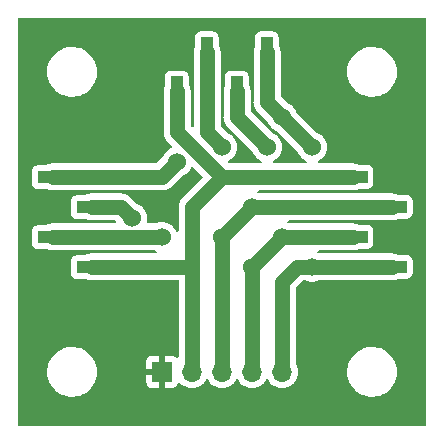
<source format=gbr>
%TF.GenerationSoftware,KiCad,Pcbnew,(5.99.0-3341-g150dc429c)*%
%TF.CreationDate,2020-09-14T09:08:56+02:00*%
%TF.ProjectId,loadCell,6c6f6164-4365-46c6-9c2e-6b696361645f,rev?*%
%TF.SameCoordinates,Original*%
%TF.FileFunction,Copper,L1,Top*%
%TF.FilePolarity,Positive*%
%FSLAX46Y46*%
G04 Gerber Fmt 4.6, Leading zero omitted, Abs format (unit mm)*
G04 Created by KiCad (PCBNEW (5.99.0-3341-g150dc429c)) date 2020-09-14 09:08:56*
%MOMM*%
%LPD*%
G01*
G04 APERTURE LIST*
%TA.AperFunction,ComponentPad*%
%ADD10O,1.700000X1.700000*%
%TD*%
%TA.AperFunction,ComponentPad*%
%ADD11R,1.700000X1.700000*%
%TD*%
%TA.AperFunction,SMDPad,CuDef*%
%ADD12R,2.510000X1.000000*%
%TD*%
%TA.AperFunction,SMDPad,CuDef*%
%ADD13R,1.000000X2.510000*%
%TD*%
%TA.AperFunction,ViaPad*%
%ADD14C,1.524000*%
%TD*%
%TA.AperFunction,Conductor*%
%ADD15C,1.270000*%
%TD*%
G04 APERTURE END LIST*
D10*
%TO.P,J4,5,Pin_5*%
%TO.N,Net-(J1-Pad4)*%
X132080000Y-63500000D03*
%TO.P,J4,4,Pin_4*%
%TO.N,Net-(J1-Pad3)*%
X129540000Y-63500000D03*
%TO.P,J4,3,Pin_3*%
%TO.N,Net-(J1-Pad2)*%
X127000000Y-63500000D03*
%TO.P,J4,2,Pin_2*%
%TO.N,Net-(J1-Pad1)*%
X124460000Y-63500000D03*
D11*
%TO.P,J4,1,Pin_1*%
%TO.N,GND*%
X121920000Y-63500000D03*
%TD*%
D12*
%TO.P,J3,4,Pin_4*%
%TO.N,Net-(J1-Pad4)*%
X141355000Y-54610000D03*
%TO.P,J3,2,Pin_2*%
%TO.N,Net-(J1-Pad2)*%
X141355000Y-49530000D03*
%TO.P,J3,3,Pin_3*%
%TO.N,Net-(J1-Pad3)*%
X138045000Y-52070000D03*
%TO.P,J3,1,Pin_1*%
%TO.N,Net-(J1-Pad1)*%
X138045000Y-46990000D03*
%TD*%
D13*
%TO.P,J2,4,Pin_4*%
%TO.N,Net-(J1-Pad4)*%
X130810000Y-36445000D03*
%TO.P,J2,2,Pin_2*%
%TO.N,Net-(J1-Pad2)*%
X125730000Y-36445000D03*
%TO.P,J2,3,Pin_3*%
%TO.N,Net-(J1-Pad3)*%
X128270000Y-39755000D03*
%TO.P,J2,1,Pin_1*%
%TO.N,Net-(J1-Pad1)*%
X123190000Y-39755000D03*
%TD*%
D12*
%TO.P,J1,4,Pin_4*%
%TO.N,Net-(J1-Pad4)*%
X112645000Y-46990000D03*
%TO.P,J1,2,Pin_2*%
%TO.N,Net-(J1-Pad2)*%
X112645000Y-52070000D03*
%TO.P,J1,3,Pin_3*%
%TO.N,Net-(J1-Pad3)*%
X115955000Y-49530000D03*
%TO.P,J1,1,Pin_1*%
%TO.N,Net-(J1-Pad1)*%
X115955000Y-54610000D03*
%TD*%
D14*
%TO.N,Net-(J1-Pad4)*%
X123190000Y-45720000D03*
X132080000Y-41910000D03*
%TO.N,Net-(J1-Pad3)*%
X119380000Y-50473000D03*
%TO.N,Net-(J1-Pad2)*%
X121920000Y-52070000D03*
%TO.N,Net-(J1-Pad4)*%
X134620000Y-44450000D03*
X134620000Y-54610000D03*
%TO.N,Net-(J1-Pad3)*%
X130810000Y-44450000D03*
X132080000Y-52070000D03*
%TO.N,Net-(J1-Pad2)*%
X127000000Y-44450000D03*
X129540000Y-49530000D03*
X127000000Y-52070000D03*
%TO.N,Net-(J1-Pad3)*%
X129540000Y-54610000D03*
%TD*%
D15*
%TO.N,Net-(J1-Pad4)*%
X130810000Y-40640000D02*
X132080000Y-41910000D01*
X121920000Y-46990000D02*
X123190000Y-45720000D01*
X112645000Y-46990000D02*
X121920000Y-46990000D01*
X132080000Y-41910000D02*
X134620000Y-44450000D01*
%TO.N,Net-(J1-Pad3)*%
X115955000Y-49530000D02*
X118437000Y-49530000D01*
X118437000Y-49530000D02*
X119380000Y-50473000D01*
%TO.N,Net-(J1-Pad2)*%
X112645000Y-52070000D02*
X121920000Y-52070000D01*
%TO.N,Net-(J1-Pad1)*%
X124460000Y-49530000D02*
X124460000Y-54610000D01*
X124460000Y-54610000D02*
X124460000Y-63500000D01*
X115955000Y-54610000D02*
X124460000Y-54610000D01*
%TO.N,Net-(J1-Pad4)*%
X134620000Y-54610000D02*
X133350000Y-54610000D01*
X141355000Y-54610000D02*
X134620000Y-54610000D01*
X130810000Y-36445000D02*
X130810000Y-40640000D01*
%TO.N,Net-(J1-Pad3)*%
X128270000Y-41910000D02*
X130810000Y-44450000D01*
X128270000Y-39755000D02*
X128270000Y-41910000D01*
%TO.N,Net-(J1-Pad2)*%
X125730000Y-43180000D02*
X127000000Y-44450000D01*
X125730000Y-36445000D02*
X125730000Y-43180000D01*
%TO.N,Net-(J1-Pad4)*%
X132080000Y-55880000D02*
X132080000Y-57150000D01*
X132080000Y-57150000D02*
X132080000Y-63500000D01*
X133350000Y-54610000D02*
X132080000Y-55880000D01*
%TO.N,Net-(J1-Pad3)*%
X138045000Y-52070000D02*
X132080000Y-52070000D01*
X132080000Y-52070000D02*
X129540000Y-54610000D01*
X129540000Y-54610000D02*
X129540000Y-63500000D01*
%TO.N,Net-(J1-Pad2)*%
X141355000Y-49530000D02*
X129540000Y-49530000D01*
X127000000Y-52070000D02*
X127000000Y-63500000D01*
X129540000Y-49530000D02*
X127000000Y-52070000D01*
%TO.N,Net-(J1-Pad1)*%
X127000000Y-46990000D02*
X124460000Y-49530000D01*
X138045000Y-46990000D02*
X127000000Y-46990000D01*
X127000000Y-46990000D02*
X123190000Y-43180000D01*
X123190000Y-43180000D02*
X123190000Y-39755000D01*
%TD*%
%TA.AperFunction,Conductor*%
%TO.N,GND*%
G36*
X144271501Y-68071500D02*
G01*
X109728500Y-68071500D01*
X109728500Y-63477876D01*
X112187116Y-63477876D01*
X112203661Y-63764827D01*
X112216555Y-63830546D01*
X112258999Y-64046885D01*
X112352103Y-64318820D01*
X112481252Y-64575605D01*
X112547490Y-64671981D01*
X112644056Y-64812485D01*
X112837499Y-65025077D01*
X113058014Y-65209457D01*
X113301495Y-65362192D01*
X113563471Y-65480479D01*
X113839062Y-65562112D01*
X114123191Y-65605590D01*
X114410586Y-65610104D01*
X114695937Y-65575573D01*
X114973961Y-65502635D01*
X115239514Y-65392639D01*
X115322237Y-65344300D01*
X115487686Y-65247619D01*
X115713872Y-65070267D01*
X115913900Y-64863853D01*
X115914917Y-64862469D01*
X116084065Y-64632202D01*
X116221216Y-64379601D01*
X116232400Y-64350002D01*
X120557000Y-64350002D01*
X120603358Y-64563105D01*
X120682301Y-64685945D01*
X120792651Y-64781563D01*
X120925474Y-64842220D01*
X121069997Y-64863000D01*
X121666000Y-64863000D01*
X121666001Y-63754000D01*
X120557000Y-63753999D01*
X120557000Y-64350002D01*
X116232400Y-64350002D01*
X116322816Y-64110724D01*
X116364432Y-63929018D01*
X116386986Y-63830544D01*
X116412537Y-63544251D01*
X116413000Y-63499998D01*
X116393450Y-63213234D01*
X116388914Y-63191327D01*
X116335163Y-62931772D01*
X116239216Y-62660827D01*
X116233627Y-62649997D01*
X120557000Y-62649997D01*
X120557000Y-63246000D01*
X121666000Y-63246001D01*
X121666001Y-62137000D01*
X121069998Y-62137000D01*
X120856895Y-62183358D01*
X120734055Y-62262301D01*
X120638437Y-62372651D01*
X120577780Y-62505474D01*
X120557000Y-62649997D01*
X116233627Y-62649997D01*
X116107385Y-62405409D01*
X115942109Y-62170246D01*
X115746448Y-61959689D01*
X115524021Y-61777635D01*
X115503256Y-61764910D01*
X115278950Y-61627454D01*
X115015748Y-61511917D01*
X114739320Y-61433174D01*
X114568578Y-61408875D01*
X114454752Y-61392675D01*
X114263133Y-61391672D01*
X114167325Y-61391170D01*
X114167324Y-61391170D01*
X114072333Y-61403676D01*
X113882348Y-61428687D01*
X113605109Y-61504531D01*
X113472911Y-61560918D01*
X113340718Y-61617303D01*
X113340714Y-61617305D01*
X113094084Y-61764910D01*
X112869761Y-61944627D01*
X112671903Y-62153126D01*
X112504177Y-62386541D01*
X112369679Y-62640561D01*
X112369678Y-62640565D01*
X112270899Y-62910492D01*
X112223019Y-63130095D01*
X112209668Y-63191326D01*
X112187116Y-63477876D01*
X109728500Y-63477876D01*
X109728500Y-46489997D01*
X110877000Y-46489997D01*
X110877000Y-47490002D01*
X110908440Y-47634529D01*
X110923359Y-47703108D01*
X111002300Y-47825944D01*
X111002301Y-47825945D01*
X111062029Y-47877699D01*
X111112651Y-47921563D01*
X111245471Y-47982220D01*
X111317735Y-47992610D01*
X111389997Y-48003000D01*
X112114111Y-48003000D01*
X112205488Y-48051076D01*
X112406213Y-48113403D01*
X112576019Y-48133500D01*
X118432891Y-48133500D01*
X118483226Y-48148279D01*
X118522923Y-48133500D01*
X121879803Y-48133500D01*
X121919952Y-48136131D01*
X121950061Y-48138105D01*
X121950064Y-48138105D01*
X122039521Y-48127517D01*
X122129298Y-48119268D01*
X122129301Y-48119267D01*
X122129303Y-48119267D01*
X122143814Y-48115175D01*
X122158782Y-48113403D01*
X122158785Y-48113402D01*
X122158786Y-48113402D01*
X122244830Y-48086685D01*
X122331579Y-48062219D01*
X122331583Y-48062218D01*
X122331584Y-48062218D01*
X122331586Y-48062217D01*
X122345114Y-48055546D01*
X122359512Y-48051075D01*
X122439216Y-48009141D01*
X122520088Y-47969258D01*
X122520090Y-47969257D01*
X122532175Y-47960233D01*
X122545521Y-47953211D01*
X122597263Y-47912420D01*
X122616252Y-47897450D01*
X122645150Y-47875871D01*
X122688494Y-47843505D01*
X122747757Y-47779395D01*
X123606354Y-46920798D01*
X123745134Y-46868358D01*
X123745133Y-46868358D01*
X123745137Y-46868357D01*
X123939720Y-46751901D01*
X124110605Y-46602829D01*
X124252391Y-46425851D01*
X124309162Y-46321292D01*
X124360599Y-46226558D01*
X124424923Y-46032076D01*
X125382847Y-46990000D01*
X123679862Y-48692985D01*
X123678642Y-48694055D01*
X123626908Y-48739425D01*
X123611606Y-48758836D01*
X123571145Y-48810161D01*
X123513491Y-48879483D01*
X123506122Y-48892642D01*
X123496787Y-48904483D01*
X123454827Y-48984235D01*
X123410792Y-49062866D01*
X123405946Y-49077143D01*
X123398923Y-49090491D01*
X123372181Y-49176613D01*
X123343234Y-49261889D01*
X123341071Y-49276804D01*
X123336597Y-49291214D01*
X123329287Y-49352980D01*
X123326001Y-49380738D01*
X123313074Y-49469892D01*
X123316500Y-49557090D01*
X123316500Y-51489956D01*
X123296498Y-51558077D01*
X123242842Y-51604570D01*
X123172568Y-51614674D01*
X123107988Y-51585180D01*
X123076774Y-51544200D01*
X123017877Y-51420719D01*
X122885546Y-51236561D01*
X122722698Y-51078749D01*
X122534477Y-50952271D01*
X122326836Y-50861122D01*
X122326834Y-50861122D01*
X122326833Y-50861121D01*
X122106329Y-50808183D01*
X121879936Y-50795129D01*
X121879934Y-50795129D01*
X121772066Y-50808183D01*
X121654809Y-50822373D01*
X121438064Y-50889052D01*
X121365510Y-50926500D01*
X120568148Y-50926500D01*
X120621800Y-50764264D01*
X120653752Y-50539757D01*
X120655500Y-50472998D01*
X120635342Y-50247128D01*
X120575504Y-50028400D01*
X120575503Y-50028396D01*
X120477876Y-49823718D01*
X120477876Y-49823717D01*
X120345546Y-49639561D01*
X120182698Y-49481749D01*
X119994477Y-49355271D01*
X119789402Y-49265249D01*
X119274011Y-48749858D01*
X119264862Y-48739425D01*
X119227576Y-48696909D01*
X119156794Y-48641108D01*
X119087518Y-48583491D01*
X119080150Y-48579365D01*
X119074361Y-48576123D01*
X119062518Y-48566787D01*
X119062519Y-48566787D01*
X119062517Y-48566786D01*
X119007385Y-48537780D01*
X118982749Y-48524818D01*
X118904136Y-48480793D01*
X118889861Y-48475947D01*
X118876512Y-48468924D01*
X118790403Y-48442186D01*
X118705109Y-48413233D01*
X118690194Y-48411070D01*
X118675789Y-48406597D01*
X118645948Y-48403066D01*
X118586271Y-48396003D01*
X118504841Y-48384195D01*
X118471822Y-48369068D01*
X118437837Y-48385403D01*
X118425310Y-48385895D01*
X118409911Y-48386500D01*
X115900581Y-48386500D01*
X115745702Y-48400732D01*
X115543418Y-48457781D01*
X115423334Y-48517000D01*
X114699998Y-48517000D01*
X114486895Y-48563358D01*
X114486894Y-48563359D01*
X114486892Y-48563359D01*
X114364056Y-48642300D01*
X114268437Y-48752651D01*
X114207780Y-48885471D01*
X114207780Y-48885474D01*
X114187000Y-49029997D01*
X114187000Y-50030002D01*
X114218440Y-50174529D01*
X114233359Y-50243108D01*
X114312300Y-50365944D01*
X114422651Y-50461563D01*
X114555471Y-50522220D01*
X114627735Y-50532610D01*
X114699997Y-50543000D01*
X115424111Y-50543000D01*
X115515488Y-50591076D01*
X115716213Y-50653403D01*
X115886019Y-50673500D01*
X117963348Y-50673500D01*
X118001253Y-50711405D01*
X118035279Y-50773717D01*
X118030214Y-50844532D01*
X117987667Y-50901368D01*
X117912158Y-50926500D01*
X112590581Y-50926500D01*
X112435702Y-50940732D01*
X112233418Y-50997781D01*
X112113334Y-51057000D01*
X111389998Y-51057000D01*
X111176895Y-51103358D01*
X111176894Y-51103359D01*
X111176892Y-51103359D01*
X111054056Y-51182300D01*
X110958437Y-51292651D01*
X110897780Y-51425471D01*
X110897780Y-51425474D01*
X110877000Y-51569997D01*
X110877000Y-52570002D01*
X110923358Y-52783105D01*
X110923359Y-52783108D01*
X110964644Y-52847349D01*
X111002301Y-52905945D01*
X111062029Y-52957699D01*
X111112651Y-53001563D01*
X111245471Y-53062220D01*
X111317736Y-53072610D01*
X111389997Y-53083000D01*
X112114111Y-53083000D01*
X112205488Y-53131076D01*
X112406213Y-53193403D01*
X112576019Y-53213500D01*
X121347930Y-53213500D01*
X121371631Y-53222172D01*
X121428731Y-53264364D01*
X121453956Y-53330728D01*
X121439297Y-53400195D01*
X121389408Y-53450709D01*
X121328335Y-53466500D01*
X115900581Y-53466500D01*
X115745702Y-53480732D01*
X115543418Y-53537781D01*
X115423334Y-53597000D01*
X114699998Y-53597000D01*
X114486895Y-53643358D01*
X114486894Y-53643359D01*
X114486892Y-53643359D01*
X114364056Y-53722300D01*
X114268437Y-53832651D01*
X114207780Y-53965471D01*
X114207780Y-53965474D01*
X114187000Y-54109997D01*
X114187000Y-55110002D01*
X114218440Y-55254529D01*
X114233359Y-55323108D01*
X114312300Y-55445944D01*
X114422651Y-55541563D01*
X114555471Y-55602220D01*
X114622714Y-55611888D01*
X114699997Y-55623000D01*
X115424111Y-55623000D01*
X115515488Y-55671076D01*
X115716213Y-55733403D01*
X115886019Y-55753500D01*
X123316500Y-55753500D01*
X123316501Y-62175756D01*
X123296499Y-62243877D01*
X123242843Y-62290370D01*
X123172569Y-62300474D01*
X123107989Y-62270981D01*
X123047350Y-62218438D01*
X122914526Y-62157780D01*
X122770003Y-62137000D01*
X122174000Y-62137000D01*
X122173999Y-63246001D01*
X122174000Y-63246001D01*
X122173999Y-64863000D01*
X122770002Y-64863000D01*
X122983105Y-64816642D01*
X123105945Y-64737699D01*
X123201563Y-64627349D01*
X123269745Y-64478050D01*
X123273941Y-64479966D01*
X123289403Y-64446129D01*
X123349138Y-64407759D01*
X123420134Y-64407775D01*
X123468999Y-64435100D01*
X123635931Y-64585670D01*
X123772195Y-64671979D01*
X123830638Y-64708997D01*
X124043336Y-64797752D01*
X124212183Y-64836578D01*
X124267952Y-64849402D01*
X124498057Y-64862469D01*
X124498058Y-64862469D01*
X124727071Y-64836579D01*
X124727074Y-64836578D01*
X124727075Y-64836578D01*
X124917056Y-64781563D01*
X124948460Y-64772469D01*
X125155868Y-64671981D01*
X125343386Y-64537978D01*
X125449135Y-64431302D01*
X125505646Y-64374296D01*
X125638007Y-64185616D01*
X125638009Y-64185612D01*
X125744393Y-64033962D01*
X125751952Y-64047855D01*
X125862102Y-64250305D01*
X126004789Y-64431302D01*
X126175931Y-64585670D01*
X126312195Y-64671979D01*
X126370638Y-64708997D01*
X126583336Y-64797752D01*
X126752183Y-64836578D01*
X126807952Y-64849402D01*
X127038057Y-64862469D01*
X127038058Y-64862469D01*
X127267071Y-64836579D01*
X127267074Y-64836578D01*
X127267075Y-64836578D01*
X127457056Y-64781563D01*
X127488460Y-64772469D01*
X127695868Y-64671981D01*
X127883386Y-64537978D01*
X127989135Y-64431302D01*
X128045646Y-64374296D01*
X128178007Y-64185616D01*
X128178009Y-64185612D01*
X128284393Y-64033962D01*
X128291952Y-64047855D01*
X128402102Y-64250305D01*
X128544789Y-64431302D01*
X128715931Y-64585670D01*
X128852195Y-64671979D01*
X128910638Y-64708997D01*
X129123336Y-64797752D01*
X129292183Y-64836578D01*
X129347952Y-64849402D01*
X129578057Y-64862469D01*
X129578058Y-64862469D01*
X129807071Y-64836579D01*
X129807074Y-64836578D01*
X129807075Y-64836578D01*
X129997056Y-64781563D01*
X130028460Y-64772469D01*
X130235868Y-64671981D01*
X130423386Y-64537978D01*
X130529135Y-64431302D01*
X130585646Y-64374296D01*
X130718007Y-64185616D01*
X130718009Y-64185612D01*
X130824393Y-64033962D01*
X130831952Y-64047855D01*
X130942102Y-64250305D01*
X131084789Y-64431302D01*
X131255931Y-64585670D01*
X131392195Y-64671979D01*
X131450638Y-64708997D01*
X131663336Y-64797752D01*
X131832183Y-64836578D01*
X131887952Y-64849402D01*
X132118057Y-64862469D01*
X132118058Y-64862469D01*
X132347071Y-64836579D01*
X132347074Y-64836578D01*
X132347075Y-64836578D01*
X132537056Y-64781563D01*
X132568460Y-64772469D01*
X132775868Y-64671981D01*
X132963386Y-64537978D01*
X133069135Y-64431302D01*
X133125646Y-64374296D01*
X133258007Y-64185616D01*
X133258009Y-64185612D01*
X133356683Y-63977337D01*
X133418859Y-63755399D01*
X133442749Y-63526167D01*
X133443000Y-63500003D01*
X133441124Y-63477876D01*
X137587116Y-63477876D01*
X137603661Y-63764827D01*
X137616555Y-63830546D01*
X137658999Y-64046885D01*
X137752103Y-64318820D01*
X137881252Y-64575605D01*
X137947490Y-64671981D01*
X138044056Y-64812485D01*
X138237499Y-65025077D01*
X138458014Y-65209457D01*
X138701495Y-65362192D01*
X138963471Y-65480479D01*
X139239062Y-65562112D01*
X139523191Y-65605590D01*
X139810586Y-65610104D01*
X140095937Y-65575573D01*
X140373961Y-65502635D01*
X140639514Y-65392639D01*
X140722237Y-65344300D01*
X140887686Y-65247619D01*
X141113872Y-65070267D01*
X141313900Y-64863853D01*
X141314917Y-64862469D01*
X141484065Y-64632202D01*
X141621216Y-64379601D01*
X141722816Y-64110724D01*
X141764432Y-63929018D01*
X141786986Y-63830544D01*
X141812537Y-63544251D01*
X141813000Y-63499998D01*
X141793450Y-63213234D01*
X141788914Y-63191327D01*
X141735163Y-62931772D01*
X141639216Y-62660827D01*
X141507385Y-62405409D01*
X141342109Y-62170246D01*
X141146448Y-61959689D01*
X140924021Y-61777635D01*
X140903256Y-61764910D01*
X140678950Y-61627454D01*
X140415748Y-61511917D01*
X140139320Y-61433174D01*
X139968578Y-61408875D01*
X139854752Y-61392675D01*
X139663133Y-61391672D01*
X139567325Y-61391170D01*
X139567324Y-61391170D01*
X139472333Y-61403676D01*
X139282348Y-61428687D01*
X139005109Y-61504531D01*
X138872912Y-61560918D01*
X138740718Y-61617303D01*
X138740714Y-61617305D01*
X138494084Y-61764910D01*
X138269761Y-61944627D01*
X138071903Y-62153126D01*
X137904177Y-62386541D01*
X137769679Y-62640561D01*
X137769678Y-62640565D01*
X137670899Y-62910492D01*
X137623019Y-63130095D01*
X137609668Y-63191326D01*
X137587116Y-63477876D01*
X133441124Y-63477876D01*
X133441123Y-63477873D01*
X133423514Y-63270349D01*
X133365612Y-63047264D01*
X133313589Y-62931775D01*
X133270952Y-62837125D01*
X133223500Y-62766642D01*
X133223500Y-56353652D01*
X133823653Y-55753500D01*
X134047932Y-55753500D01*
X134158816Y-55794077D01*
X134289876Y-55842038D01*
X134513269Y-55881027D01*
X134513272Y-55881027D01*
X134740035Y-55879839D01*
X134963005Y-55838515D01*
X135187991Y-55753500D01*
X141409419Y-55753500D01*
X141564298Y-55739268D01*
X141766582Y-55682219D01*
X141886666Y-55623000D01*
X142610002Y-55623000D01*
X142823105Y-55576642D01*
X142823106Y-55576641D01*
X142823108Y-55576641D01*
X142945944Y-55497700D01*
X143041563Y-55387349D01*
X143102220Y-55254529D01*
X143114685Y-55167833D01*
X143123000Y-55110003D01*
X143123000Y-54109998D01*
X143076642Y-53896895D01*
X143076641Y-53896894D01*
X143076641Y-53896892D01*
X142997700Y-53774056D01*
X142977434Y-53756495D01*
X142887349Y-53678437D01*
X142754529Y-53617780D01*
X142682264Y-53607390D01*
X142610003Y-53597000D01*
X141885889Y-53597000D01*
X141794512Y-53548924D01*
X141593787Y-53486597D01*
X141423981Y-53466500D01*
X135175769Y-53466500D01*
X135149280Y-53454872D01*
X135094946Y-53409176D01*
X135073942Y-53341358D01*
X135092937Y-53272950D01*
X135145901Y-53225671D01*
X135199928Y-53213500D01*
X138099419Y-53213500D01*
X138254298Y-53199268D01*
X138456582Y-53142219D01*
X138576666Y-53083000D01*
X139300002Y-53083000D01*
X139513105Y-53036642D01*
X139513106Y-53036641D01*
X139513108Y-53036641D01*
X139635944Y-52957700D01*
X139731563Y-52847349D01*
X139792220Y-52714529D01*
X139804685Y-52627833D01*
X139813000Y-52570003D01*
X139813000Y-51569998D01*
X139766642Y-51356895D01*
X139766641Y-51356894D01*
X139766641Y-51356892D01*
X139687700Y-51234056D01*
X139577349Y-51138437D01*
X139444529Y-51077780D01*
X139372264Y-51067390D01*
X139300003Y-51057000D01*
X138575889Y-51057000D01*
X138484512Y-51008924D01*
X138283787Y-50946597D01*
X138113981Y-50926500D01*
X132635769Y-50926500D01*
X132609280Y-50914872D01*
X132554946Y-50869176D01*
X132533942Y-50801358D01*
X132552937Y-50732950D01*
X132605901Y-50685671D01*
X132659928Y-50673500D01*
X141409419Y-50673500D01*
X141564298Y-50659268D01*
X141766582Y-50602219D01*
X141886666Y-50543000D01*
X142610002Y-50543000D01*
X142823105Y-50496642D01*
X142823106Y-50496641D01*
X142823108Y-50496641D01*
X142945944Y-50417700D01*
X143041563Y-50307349D01*
X143102220Y-50174529D01*
X143123000Y-50030000D01*
X143123000Y-49029997D01*
X143076642Y-48816895D01*
X143076641Y-48816894D01*
X143076641Y-48816892D01*
X142997700Y-48694056D01*
X142887349Y-48598437D01*
X142754529Y-48537780D01*
X142682264Y-48527390D01*
X142610003Y-48517000D01*
X141885889Y-48517000D01*
X141794512Y-48468924D01*
X141593787Y-48406597D01*
X141423981Y-48386500D01*
X130095769Y-48386500D01*
X130069280Y-48374872D01*
X130014946Y-48329176D01*
X129993942Y-48261358D01*
X130012937Y-48192950D01*
X130065901Y-48145671D01*
X130119928Y-48133500D01*
X138099419Y-48133500D01*
X138254298Y-48119268D01*
X138456582Y-48062219D01*
X138576666Y-48003000D01*
X139300002Y-48003000D01*
X139513105Y-47956642D01*
X139513106Y-47956641D01*
X139513108Y-47956641D01*
X139635944Y-47877700D01*
X139731563Y-47767349D01*
X139792220Y-47634529D01*
X139813000Y-47490000D01*
X139813000Y-46489997D01*
X139766642Y-46276895D01*
X139766641Y-46276894D01*
X139766641Y-46276892D01*
X139687700Y-46154056D01*
X139577349Y-46058437D01*
X139444529Y-45997780D01*
X139372265Y-45987390D01*
X139300003Y-45977000D01*
X138575889Y-45977000D01*
X138484512Y-45928924D01*
X138283787Y-45866597D01*
X138113981Y-45846500D01*
X135208356Y-45846500D01*
X135140235Y-45826498D01*
X135093742Y-45772842D01*
X135083638Y-45702568D01*
X135113132Y-45637988D01*
X135163818Y-45602634D01*
X135175137Y-45598357D01*
X135369720Y-45481901D01*
X135540605Y-45332829D01*
X135682391Y-45155851D01*
X135731844Y-45064769D01*
X135790596Y-44956564D01*
X135861801Y-44741260D01*
X135893752Y-44516757D01*
X135895500Y-44449998D01*
X135875342Y-44224128D01*
X135815504Y-44005400D01*
X135815503Y-44005396D01*
X135717876Y-43800718D01*
X135717876Y-43800717D01*
X135585546Y-43616561D01*
X135422698Y-43458749D01*
X135234477Y-43332271D01*
X135159941Y-43299552D01*
X135029402Y-43242249D01*
X133284147Y-41496994D01*
X133275503Y-41465396D01*
X133261647Y-41436347D01*
X133177877Y-41260719D01*
X133045546Y-41076561D01*
X132882698Y-40918749D01*
X132694477Y-40792271D01*
X132489402Y-40702249D01*
X131953500Y-40166347D01*
X131953500Y-38077876D01*
X137587116Y-38077876D01*
X137603661Y-38364827D01*
X137616555Y-38430546D01*
X137658999Y-38646885D01*
X137752103Y-38918820D01*
X137881252Y-39175605D01*
X137977392Y-39315489D01*
X138044056Y-39412485D01*
X138237499Y-39625077D01*
X138458014Y-39809457D01*
X138701495Y-39962192D01*
X138963471Y-40080479D01*
X139239062Y-40162112D01*
X139523191Y-40205590D01*
X139810586Y-40210104D01*
X140095937Y-40175573D01*
X140373961Y-40102635D01*
X140639514Y-39992639D01*
X140722237Y-39944300D01*
X140887686Y-39847619D01*
X141113872Y-39670267D01*
X141313900Y-39463853D01*
X141313901Y-39463852D01*
X141484065Y-39232202D01*
X141621216Y-38979601D01*
X141722816Y-38710724D01*
X141771078Y-38500000D01*
X141786986Y-38430544D01*
X141812537Y-38144251D01*
X141813000Y-38099998D01*
X141793450Y-37813234D01*
X141788914Y-37791327D01*
X141735163Y-37531772D01*
X141639216Y-37260827D01*
X141507385Y-37005409D01*
X141342109Y-36770246D01*
X141146448Y-36559689D01*
X140924021Y-36377635D01*
X140924018Y-36377633D01*
X140678950Y-36227454D01*
X140415748Y-36111917D01*
X140139320Y-36033174D01*
X139944789Y-36005489D01*
X139854752Y-35992675D01*
X139663133Y-35991672D01*
X139567325Y-35991170D01*
X139567324Y-35991170D01*
X139472333Y-36003676D01*
X139282348Y-36028687D01*
X139005109Y-36104531D01*
X138872911Y-36160918D01*
X138740718Y-36217303D01*
X138740714Y-36217305D01*
X138494084Y-36364910D01*
X138269761Y-36544627D01*
X138071903Y-36753126D01*
X137904177Y-36986541D01*
X137769679Y-37240561D01*
X137769678Y-37240565D01*
X137670899Y-37510492D01*
X137609668Y-37791327D01*
X137590620Y-38033359D01*
X137587116Y-38077876D01*
X131953500Y-38077876D01*
X131953500Y-36390586D01*
X131939268Y-36235702D01*
X131904358Y-36111919D01*
X131882219Y-36033418D01*
X131823000Y-35913334D01*
X131823000Y-35189998D01*
X131776642Y-34976895D01*
X131776641Y-34976894D01*
X131776641Y-34976892D01*
X131697700Y-34854056D01*
X131587349Y-34758437D01*
X131454529Y-34697780D01*
X131382264Y-34687390D01*
X131310003Y-34677000D01*
X130309998Y-34677000D01*
X130096895Y-34723358D01*
X130096894Y-34723359D01*
X130096892Y-34723359D01*
X129974056Y-34802300D01*
X129878437Y-34912651D01*
X129817780Y-35045471D01*
X129797000Y-35190000D01*
X129797000Y-35914112D01*
X129748924Y-36005489D01*
X129686597Y-36206214D01*
X129667815Y-36364910D01*
X129666500Y-36376023D01*
X129666501Y-40599792D01*
X129665230Y-40619180D01*
X129648966Y-40663592D01*
X129664627Y-40693144D01*
X129672487Y-40759559D01*
X129675493Y-40792271D01*
X129680733Y-40849299D01*
X129684825Y-40863812D01*
X129686598Y-40878786D01*
X129713326Y-40964865D01*
X129737784Y-41051585D01*
X129744453Y-41065109D01*
X129748926Y-41079514D01*
X129790891Y-41159276D01*
X129830742Y-41240088D01*
X129839764Y-41252169D01*
X129846786Y-41265516D01*
X129902571Y-41336279D01*
X129956496Y-41408494D01*
X130020593Y-41467745D01*
X130879959Y-42327113D01*
X130900962Y-42388454D01*
X130914773Y-42428793D01*
X131013561Y-42606279D01*
X131025061Y-42626940D01*
X131168686Y-42802418D01*
X131168690Y-42802421D01*
X131341127Y-42949696D01*
X131536919Y-43064107D01*
X131663148Y-43110300D01*
X133419959Y-44867112D01*
X133447939Y-44948834D01*
X133454773Y-44968793D01*
X133550587Y-45140935D01*
X133565061Y-45166940D01*
X133708686Y-45342418D01*
X133708690Y-45342421D01*
X133881127Y-45489696D01*
X134076919Y-45604107D01*
X134076921Y-45604108D01*
X134086628Y-45609780D01*
X134085212Y-45612204D01*
X134128738Y-45644371D01*
X134153958Y-45710737D01*
X134139294Y-45780203D01*
X134089403Y-45830713D01*
X134028337Y-45846500D01*
X131398356Y-45846500D01*
X131330235Y-45826498D01*
X131283742Y-45772842D01*
X131273638Y-45702568D01*
X131303132Y-45637988D01*
X131353818Y-45602634D01*
X131365137Y-45598357D01*
X131559720Y-45481901D01*
X131730605Y-45332829D01*
X131872391Y-45155851D01*
X131921844Y-45064769D01*
X131980596Y-44956564D01*
X132051801Y-44741260D01*
X132083752Y-44516757D01*
X132085500Y-44449998D01*
X132065342Y-44224128D01*
X132005504Y-44005400D01*
X132005503Y-44005396D01*
X131907876Y-43800718D01*
X131907876Y-43800717D01*
X131775546Y-43616561D01*
X131612698Y-43458749D01*
X131424477Y-43332271D01*
X131349941Y-43299552D01*
X131219402Y-43242249D01*
X129413500Y-41436347D01*
X129413500Y-40707953D01*
X129430227Y-40650985D01*
X129413500Y-40610940D01*
X129413500Y-39700581D01*
X129399268Y-39545702D01*
X129342219Y-39343418D01*
X129283000Y-39223334D01*
X129283000Y-38499998D01*
X129236642Y-38286895D01*
X129236641Y-38286894D01*
X129236641Y-38286892D01*
X129157700Y-38164056D01*
X129047349Y-38068437D01*
X128914529Y-38007780D01*
X128842264Y-37997390D01*
X128770003Y-37987000D01*
X127769998Y-37987000D01*
X127556895Y-38033358D01*
X127556894Y-38033359D01*
X127556892Y-38033359D01*
X127434056Y-38112300D01*
X127338437Y-38222651D01*
X127277780Y-38355471D01*
X127257000Y-38500000D01*
X127257000Y-39224112D01*
X127208924Y-39315489D01*
X127146597Y-39516214D01*
X127126500Y-39686019D01*
X127126500Y-39686023D01*
X127126501Y-41869793D01*
X127125230Y-41889181D01*
X127108966Y-41933592D01*
X127124627Y-41963144D01*
X127132487Y-42029559D01*
X127139493Y-42105805D01*
X127140733Y-42119299D01*
X127144825Y-42133812D01*
X127146598Y-42148786D01*
X127173326Y-42234865D01*
X127197784Y-42321585D01*
X127204453Y-42335109D01*
X127208926Y-42349514D01*
X127250891Y-42429276D01*
X127290742Y-42510088D01*
X127299764Y-42522169D01*
X127306786Y-42535516D01*
X127362571Y-42606279D01*
X127416496Y-42678494D01*
X127416499Y-42678497D01*
X127480588Y-42737740D01*
X129609959Y-44867112D01*
X129637939Y-44948834D01*
X129644773Y-44968793D01*
X129740587Y-45140935D01*
X129755061Y-45166940D01*
X129898686Y-45342418D01*
X129898690Y-45342421D01*
X130071127Y-45489696D01*
X130266919Y-45604107D01*
X130266921Y-45604108D01*
X130276628Y-45609780D01*
X130275212Y-45612204D01*
X130318738Y-45644371D01*
X130343958Y-45710737D01*
X130329294Y-45780203D01*
X130279403Y-45830713D01*
X130218337Y-45846500D01*
X127588356Y-45846500D01*
X127520235Y-45826498D01*
X127473742Y-45772842D01*
X127463638Y-45702568D01*
X127493132Y-45637988D01*
X127543818Y-45602634D01*
X127555137Y-45598357D01*
X127749720Y-45481901D01*
X127920605Y-45332829D01*
X128062391Y-45155851D01*
X128111844Y-45064769D01*
X128170596Y-44956564D01*
X128241801Y-44741260D01*
X128273752Y-44516757D01*
X128275500Y-44449998D01*
X128255342Y-44224128D01*
X128195504Y-44005400D01*
X128195503Y-44005396D01*
X128097876Y-43800718D01*
X128097876Y-43800717D01*
X127965546Y-43616561D01*
X127802698Y-43458749D01*
X127614477Y-43332271D01*
X127539941Y-43299552D01*
X127409402Y-43242249D01*
X126873500Y-42706347D01*
X126873500Y-41977953D01*
X126890227Y-41920985D01*
X126873500Y-41880941D01*
X126873500Y-36390581D01*
X126859268Y-36235702D01*
X126802219Y-36033418D01*
X126743000Y-35913334D01*
X126743000Y-35189998D01*
X126696642Y-34976895D01*
X126696641Y-34976894D01*
X126696641Y-34976892D01*
X126617700Y-34854056D01*
X126507349Y-34758437D01*
X126374529Y-34697780D01*
X126302264Y-34687390D01*
X126230003Y-34677000D01*
X125229998Y-34677000D01*
X125016895Y-34723358D01*
X125016894Y-34723359D01*
X125016892Y-34723359D01*
X124894056Y-34802300D01*
X124798437Y-34912651D01*
X124737780Y-35045471D01*
X124717000Y-35190000D01*
X124717000Y-35914112D01*
X124668924Y-36005489D01*
X124606597Y-36206214D01*
X124586500Y-36376020D01*
X124586501Y-39625079D01*
X124586501Y-42655158D01*
X124566499Y-42723279D01*
X124512843Y-42769772D01*
X124442569Y-42779876D01*
X124371406Y-42744253D01*
X124333500Y-42706347D01*
X124333500Y-39700586D01*
X124332162Y-39686019D01*
X124319268Y-39545702D01*
X124262219Y-39343418D01*
X124203000Y-39223334D01*
X124203000Y-38499998D01*
X124156642Y-38286895D01*
X124156641Y-38286894D01*
X124156641Y-38286892D01*
X124077700Y-38164056D01*
X123967349Y-38068437D01*
X123834529Y-38007780D01*
X123762264Y-37997390D01*
X123690003Y-37987000D01*
X122689998Y-37987000D01*
X122476895Y-38033358D01*
X122476894Y-38033359D01*
X122476892Y-38033359D01*
X122354056Y-38112300D01*
X122258437Y-38222651D01*
X122197780Y-38355471D01*
X122177000Y-38500000D01*
X122177000Y-39224113D01*
X122128925Y-39315488D01*
X122066598Y-39516213D01*
X122046501Y-39686019D01*
X122046500Y-43139803D01*
X122041895Y-43210064D01*
X122052483Y-43299525D01*
X122055492Y-43332271D01*
X122060731Y-43389294D01*
X122060732Y-43389297D01*
X122064826Y-43403813D01*
X122066598Y-43418786D01*
X122093318Y-43504840D01*
X122117783Y-43591585D01*
X122124454Y-43605111D01*
X122128925Y-43619512D01*
X122170875Y-43699245D01*
X122210741Y-43780086D01*
X122210743Y-43780088D01*
X122210743Y-43780089D01*
X122219766Y-43792173D01*
X122224262Y-43800718D01*
X122226790Y-43805523D01*
X122282557Y-43876263D01*
X122336497Y-43948496D01*
X122398056Y-44005400D01*
X122400601Y-44007753D01*
X122855699Y-44462851D01*
X122708065Y-44539052D01*
X122708064Y-44539052D01*
X122506553Y-44643060D01*
X122506551Y-44643061D01*
X122506550Y-44643062D01*
X122326646Y-44781107D01*
X122174024Y-44948836D01*
X122053523Y-45140931D01*
X122053521Y-45140935D01*
X121987380Y-45305467D01*
X121446347Y-45846500D01*
X112590581Y-45846500D01*
X112435702Y-45860732D01*
X112233418Y-45917781D01*
X112113334Y-45977000D01*
X111389998Y-45977000D01*
X111176895Y-46023358D01*
X111176894Y-46023359D01*
X111176892Y-46023359D01*
X111054056Y-46102300D01*
X110958437Y-46212651D01*
X110897780Y-46345471D01*
X110897780Y-46345474D01*
X110877000Y-46489997D01*
X109728500Y-46489997D01*
X109728500Y-38077876D01*
X112187116Y-38077876D01*
X112203661Y-38364827D01*
X112216555Y-38430546D01*
X112258999Y-38646885D01*
X112352103Y-38918820D01*
X112481252Y-39175605D01*
X112577392Y-39315489D01*
X112644056Y-39412485D01*
X112837499Y-39625077D01*
X113058014Y-39809457D01*
X113301495Y-39962192D01*
X113563471Y-40080479D01*
X113839062Y-40162112D01*
X114123191Y-40205590D01*
X114410586Y-40210104D01*
X114695937Y-40175573D01*
X114973961Y-40102635D01*
X115239514Y-39992639D01*
X115322237Y-39944300D01*
X115487686Y-39847619D01*
X115713872Y-39670267D01*
X115913900Y-39463853D01*
X115913901Y-39463852D01*
X116084065Y-39232202D01*
X116221216Y-38979601D01*
X116322816Y-38710724D01*
X116371078Y-38500000D01*
X116386986Y-38430544D01*
X116412537Y-38144251D01*
X116413000Y-38099998D01*
X116393450Y-37813234D01*
X116388914Y-37791327D01*
X116335163Y-37531772D01*
X116239216Y-37260827D01*
X116107385Y-37005409D01*
X115942109Y-36770246D01*
X115746448Y-36559689D01*
X115524021Y-36377635D01*
X115524018Y-36377633D01*
X115278950Y-36227454D01*
X115015748Y-36111917D01*
X114739320Y-36033174D01*
X114544789Y-36005489D01*
X114454752Y-35992675D01*
X114263133Y-35991672D01*
X114167325Y-35991170D01*
X114167324Y-35991170D01*
X114072333Y-36003676D01*
X113882348Y-36028687D01*
X113605109Y-36104531D01*
X113472911Y-36160918D01*
X113340718Y-36217303D01*
X113340714Y-36217305D01*
X113094084Y-36364910D01*
X112869761Y-36544627D01*
X112671903Y-36753126D01*
X112504177Y-36986541D01*
X112369679Y-37240561D01*
X112369678Y-37240565D01*
X112270899Y-37510492D01*
X112209668Y-37791327D01*
X112190620Y-38033359D01*
X112187116Y-38077876D01*
X109728500Y-38077876D01*
X109728500Y-33528500D01*
X144271500Y-33528500D01*
X144271501Y-68071500D01*
G37*
%TD.AperFunction*%
%TD*%
M02*

</source>
